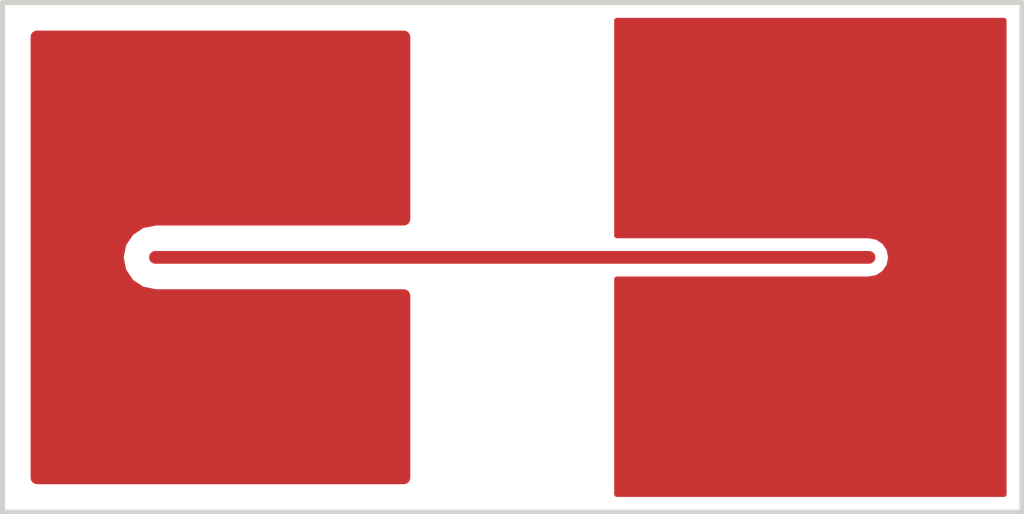
<source format=kicad_pcb>
(kicad_pcb (version 4) (host pcbnew 4.0.7)

  (general
    (links 0)
    (no_connects 0)
    (area 99.949999 99.949999 120.050001 110.050001)
    (thickness 1.6)
    (drawings 4)
    (tracks 1)
    (zones 0)
    (modules 0)
    (nets 1)
  )

  (page A4)
  (layers
    (0 F.Cu signal)
    (31 B.Cu signal)
    (32 B.Adhes user)
    (33 F.Adhes user)
    (34 B.Paste user)
    (35 F.Paste user)
    (36 B.SilkS user)
    (37 F.SilkS user)
    (38 B.Mask user)
    (39 F.Mask user)
    (40 Dwgs.User user)
    (41 Cmts.User user)
    (42 Eco1.User user)
    (43 Eco2.User user)
    (44 Edge.Cuts user)
    (45 Margin user)
    (46 B.CrtYd user)
    (47 F.CrtYd user)
    (48 B.Fab user)
    (49 F.Fab user)
  )

  (setup
    (last_trace_width 0.25)
    (trace_clearance 0.2)
    (zone_clearance 0.5)
    (zone_45_only yes)
    (trace_min 0.2)
    (segment_width 0.2)
    (edge_width 0.1)
    (via_size 0.6)
    (via_drill 0.4)
    (via_min_size 0.4)
    (via_min_drill 0.3)
    (uvia_size 0.3)
    (uvia_drill 0.1)
    (uvias_allowed no)
    (uvia_min_size 0.2)
    (uvia_min_drill 0.1)
    (pcb_text_width 0.3)
    (pcb_text_size 1.5 1.5)
    (mod_edge_width 0.15)
    (mod_text_size 1 1)
    (mod_text_width 0.15)
    (pad_size 1.5 1.5)
    (pad_drill 0.6)
    (pad_to_mask_clearance 0)
    (aux_axis_origin 0 0)
    (visible_elements FFFFFF7F)
    (pcbplotparams
      (layerselection 0x010bc_80000001)
      (usegerberextensions false)
      (excludeedgelayer false)
      (linewidth 0.100000)
      (plotframeref false)
      (viasonmask false)
      (mode 1)
      (useauxorigin false)
      (hpglpennumber 1)
      (hpglpenspeed 20)
      (hpglpendiameter 15)
      (hpglpenoverlay 2)
      (psnegative false)
      (psa4output false)
      (plotreference true)
      (plotvalue true)
      (plotinvisibletext false)
      (padsonsilk false)
      (subtractmaskfromsilk false)
      (outputformat 1)
      (mirror false)
      (drillshape 0)
      (scaleselection 1)
      (outputdirectory ""))
  )

  (net 0 "")

  (net_class Default "This is the default net class."
    (clearance 0.2)
    (trace_width 0.25)
    (via_dia 0.6)
    (via_drill 0.4)
    (uvia_dia 0.3)
    (uvia_drill 0.1)
  )

  (gr_line (start 100 110) (end 100 100) (angle 90) (layer Edge.Cuts) (width 0.1))
  (gr_line (start 120 110) (end 100 110) (angle 90) (layer Edge.Cuts) (width 0.1))
  (gr_line (start 120 100) (end 120 110) (angle 90) (layer Edge.Cuts) (width 0.1))
  (gr_line (start 100 100) (end 120 100) (angle 90) (layer Edge.Cuts) (width 0.1))

  (segment (start 103 105) (end 117 105) (width 0.25) (layer F.Cu) (net 0))

  (zone (net 0) (net_name "") (layer F.Cu) (tstamp 5CAC62B0) (hatch none 0.508)
    (connect_pads (clearance 0.5))
    (min_thickness 0.25)
    (fill yes (arc_segments 16) (thermal_gap 0.5) (thermal_bridge_width 0.5))
    (polygon
      (pts
        (xy 108 110) (xy 100 110) (xy 100 100) (xy 108 100)
      )
    )
    (filled_polygon
      (pts
        (xy 107.875 104.25) (xy 103 104.25) (xy 102.712987 104.30709) (xy 102.46967 104.46967) (xy 102.30709 104.712987)
        (xy 102.25 105) (xy 102.30709 105.287013) (xy 102.46967 105.53033) (xy 102.712987 105.69291) (xy 103 105.75)
        (xy 107.875 105.75) (xy 107.875 109.325) (xy 100.675 109.325) (xy 100.675 100.675) (xy 107.875 100.675)
      )
    )
  )
  (zone (net 0) (net_name "") (layer F.Cu) (tstamp 5CAC62EB) (hatch edge 0.508)
    (connect_pads (clearance 0.25))
    (min_thickness 0.1)
    (fill yes (arc_segments 16) (thermal_gap 0.5) (thermal_bridge_width 0.5))
    (polygon
      (pts
        (xy 120 110) (xy 112 110) (xy 112 100) (xy 120 100)
      )
    )
    (filled_polygon
      (pts
        (xy 119.65 109.65) (xy 112.05 109.65) (xy 112.05 105.425) (xy 117 105.425) (xy 117.16264 105.392649)
        (xy 117.30052 105.30052) (xy 117.392649 105.16264) (xy 117.425 105) (xy 117.392649 104.83736) (xy 117.30052 104.69948)
        (xy 117.16264 104.607351) (xy 117 104.575) (xy 112.05 104.575) (xy 112.05 100.35) (xy 119.65 100.35)
      )
    )
  )
)

</source>
